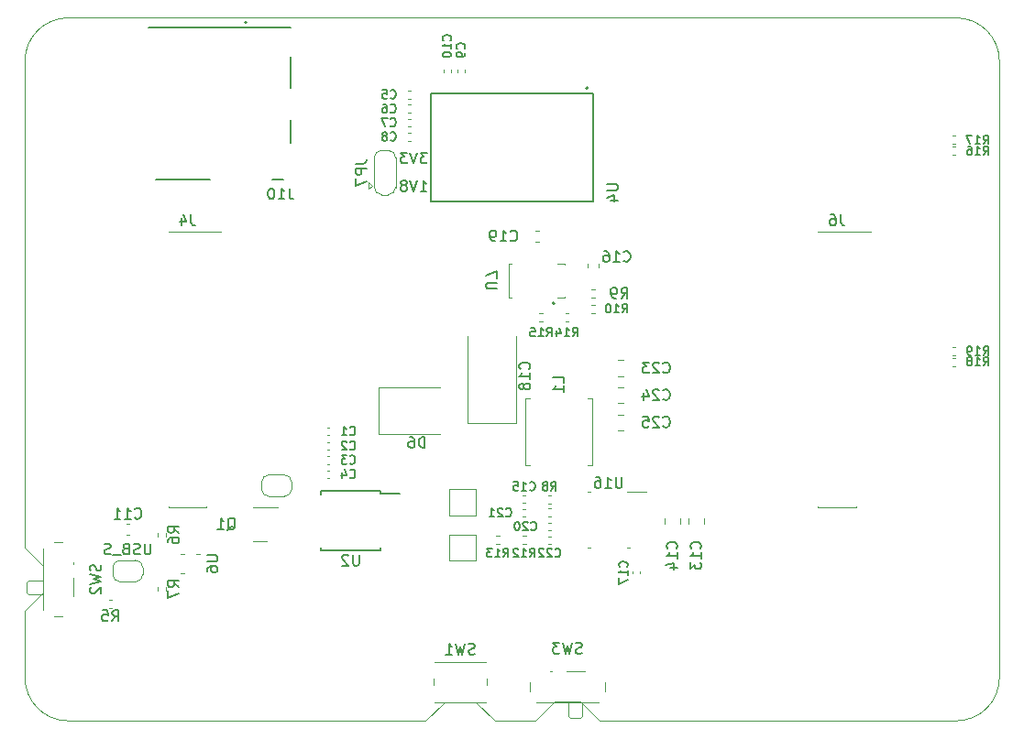
<source format=gbo>
G04 #@! TF.GenerationSoftware,KiCad,Pcbnew,(5.99.0-10720-gd84fcd89f1)*
G04 #@! TF.CreationDate,2021-06-08T11:49:26-04:00*
G04 #@! TF.ProjectId,FlySensei_Stack_RPi_ECAD,466c7953-656e-4736-9569-5f537461636b,0.1*
G04 #@! TF.SameCoordinates,Original*
G04 #@! TF.FileFunction,Legend,Bot*
G04 #@! TF.FilePolarity,Positive*
%FSLAX46Y46*%
G04 Gerber Fmt 4.6, Leading zero omitted, Abs format (unit mm)*
G04 Created by KiCad (PCBNEW (5.99.0-10720-gd84fcd89f1)) date 2021-06-08 11:49:26*
%MOMM*%
%LPD*%
G01*
G04 APERTURE LIST*
G04 #@! TA.AperFunction,Profile*
%ADD10C,0.100000*%
G04 #@! TD*
%ADD11C,0.150000*%
%ADD12C,0.120000*%
%ADD13C,0.127000*%
%ADD14C,0.200000*%
%ADD15C,0.210000*%
G04 APERTURE END LIST*
D10*
X128750000Y-128250000D02*
X131650000Y-128250000D01*
X138900000Y-128200000D02*
X137100000Y-130000000D01*
X131650000Y-128250000D02*
X133400000Y-130000000D01*
X91700000Y-118100000D02*
X90000000Y-119800000D01*
X91700000Y-115700000D02*
X90000000Y-114000000D01*
X90000000Y-119800000D02*
X90000000Y-126000000D01*
X127000000Y-130000000D02*
X94000000Y-130000000D01*
X180000000Y-69000000D02*
X180000000Y-126000000D01*
X180000000Y-69000000D02*
G75*
G03*
X176000000Y-65000000I-4000000J0D01*
G01*
X94000000Y-65000000D02*
X176000000Y-65000000D01*
X128750000Y-128250000D02*
X127000000Y-130000000D01*
X138900000Y-128200000D02*
X141300000Y-128200000D01*
X90000000Y-126000000D02*
G75*
G03*
X94000000Y-130000000I4000000J0D01*
G01*
X94000000Y-65000000D02*
G75*
G03*
X90000000Y-69000000I0J-4000000D01*
G01*
X176000000Y-130000000D02*
G75*
G03*
X180000000Y-126000000I0J4000000D01*
G01*
X91700000Y-115700000D02*
X91700000Y-118100000D01*
X141300000Y-128200000D02*
X143100000Y-130000000D01*
X90000000Y-114000000D02*
X90000000Y-69000000D01*
X133400000Y-130000000D02*
X137100000Y-130000000D01*
X143100000Y-130000000D02*
X176000000Y-130000000D01*
D11*
X101619047Y-113602380D02*
X101619047Y-114411904D01*
X101571428Y-114507142D01*
X101523809Y-114554761D01*
X101428571Y-114602380D01*
X101238095Y-114602380D01*
X101142857Y-114554761D01*
X101095238Y-114507142D01*
X101047619Y-114411904D01*
X101047619Y-113602380D01*
X100619047Y-114554761D02*
X100476190Y-114602380D01*
X100238095Y-114602380D01*
X100142857Y-114554761D01*
X100095238Y-114507142D01*
X100047619Y-114411904D01*
X100047619Y-114316666D01*
X100095238Y-114221428D01*
X100142857Y-114173809D01*
X100238095Y-114126190D01*
X100428571Y-114078571D01*
X100523809Y-114030952D01*
X100571428Y-113983333D01*
X100619047Y-113888095D01*
X100619047Y-113792857D01*
X100571428Y-113697619D01*
X100523809Y-113650000D01*
X100428571Y-113602380D01*
X100190476Y-113602380D01*
X100047619Y-113650000D01*
X99285714Y-114078571D02*
X99142857Y-114126190D01*
X99095238Y-114173809D01*
X99047619Y-114269047D01*
X99047619Y-114411904D01*
X99095238Y-114507142D01*
X99142857Y-114554761D01*
X99238095Y-114602380D01*
X99619047Y-114602380D01*
X99619047Y-113602380D01*
X99285714Y-113602380D01*
X99190476Y-113650000D01*
X99142857Y-113697619D01*
X99095238Y-113792857D01*
X99095238Y-113888095D01*
X99142857Y-113983333D01*
X99190476Y-114030952D01*
X99285714Y-114078571D01*
X99619047Y-114078571D01*
X98857142Y-114697619D02*
X98095238Y-114697619D01*
X97904761Y-114554761D02*
X97761904Y-114602380D01*
X97523809Y-114602380D01*
X97428571Y-114554761D01*
X97380952Y-114507142D01*
X97333333Y-114411904D01*
X97333333Y-114316666D01*
X97380952Y-114221428D01*
X97428571Y-114173809D01*
X97523809Y-114126190D01*
X97714285Y-114078571D01*
X97809523Y-114030952D01*
X97857142Y-113983333D01*
X97904761Y-113888095D01*
X97904761Y-113792857D01*
X97857142Y-113697619D01*
X97809523Y-113650000D01*
X97714285Y-113602380D01*
X97476190Y-113602380D01*
X97333333Y-113650000D01*
X126519047Y-81052380D02*
X127090476Y-81052380D01*
X126804761Y-81052380D02*
X126804761Y-80052380D01*
X126900000Y-80195238D01*
X126995238Y-80290476D01*
X127090476Y-80338095D01*
X126233333Y-80052380D02*
X125900000Y-81052380D01*
X125566666Y-80052380D01*
X125090476Y-80480952D02*
X125185714Y-80433333D01*
X125233333Y-80385714D01*
X125280952Y-80290476D01*
X125280952Y-80242857D01*
X125233333Y-80147619D01*
X125185714Y-80100000D01*
X125090476Y-80052380D01*
X124900000Y-80052380D01*
X124804761Y-80100000D01*
X124757142Y-80147619D01*
X124709523Y-80242857D01*
X124709523Y-80290476D01*
X124757142Y-80385714D01*
X124804761Y-80433333D01*
X124900000Y-80480952D01*
X125090476Y-80480952D01*
X125185714Y-80528571D01*
X125233333Y-80576190D01*
X125280952Y-80671428D01*
X125280952Y-80861904D01*
X125233333Y-80957142D01*
X125185714Y-81004761D01*
X125090476Y-81052380D01*
X124900000Y-81052380D01*
X124804761Y-81004761D01*
X124757142Y-80957142D01*
X124709523Y-80861904D01*
X124709523Y-80671428D01*
X124757142Y-80576190D01*
X124804761Y-80528571D01*
X124900000Y-80480952D01*
X127138095Y-77452380D02*
X126519047Y-77452380D01*
X126852380Y-77833333D01*
X126709523Y-77833333D01*
X126614285Y-77880952D01*
X126566666Y-77928571D01*
X126519047Y-78023809D01*
X126519047Y-78261904D01*
X126566666Y-78357142D01*
X126614285Y-78404761D01*
X126709523Y-78452380D01*
X126995238Y-78452380D01*
X127090476Y-78404761D01*
X127138095Y-78357142D01*
X126233333Y-77452380D02*
X125900000Y-78452380D01*
X125566666Y-77452380D01*
X125328571Y-77452380D02*
X124709523Y-77452380D01*
X125042857Y-77833333D01*
X124900000Y-77833333D01*
X124804761Y-77880952D01*
X124757142Y-77928571D01*
X124709523Y-78023809D01*
X124709523Y-78261904D01*
X124757142Y-78357142D01*
X124804761Y-78404761D01*
X124900000Y-78452380D01*
X125185714Y-78452380D01*
X125280952Y-78404761D01*
X125328571Y-78357142D01*
G04 #@! TO.C,C21*
X134414285Y-111035714D02*
X134452380Y-111073809D01*
X134566666Y-111111904D01*
X134642857Y-111111904D01*
X134757142Y-111073809D01*
X134833333Y-110997619D01*
X134871428Y-110921428D01*
X134909523Y-110769047D01*
X134909523Y-110654761D01*
X134871428Y-110502380D01*
X134833333Y-110426190D01*
X134757142Y-110350000D01*
X134642857Y-110311904D01*
X134566666Y-110311904D01*
X134452380Y-110350000D01*
X134414285Y-110388095D01*
X134109523Y-110388095D02*
X134071428Y-110350000D01*
X133995238Y-110311904D01*
X133804761Y-110311904D01*
X133728571Y-110350000D01*
X133690476Y-110388095D01*
X133652380Y-110464285D01*
X133652380Y-110540476D01*
X133690476Y-110654761D01*
X134147619Y-111111904D01*
X133652380Y-111111904D01*
X132890476Y-111111904D02*
X133347619Y-111111904D01*
X133119047Y-111111904D02*
X133119047Y-110311904D01*
X133195238Y-110426190D01*
X133271428Y-110502380D01*
X133347619Y-110540476D01*
G04 #@! TO.C,C18*
X136557142Y-97457142D02*
X136604761Y-97409523D01*
X136652380Y-97266666D01*
X136652380Y-97171428D01*
X136604761Y-97028571D01*
X136509523Y-96933333D01*
X136414285Y-96885714D01*
X136223809Y-96838095D01*
X136080952Y-96838095D01*
X135890476Y-96885714D01*
X135795238Y-96933333D01*
X135700000Y-97028571D01*
X135652380Y-97171428D01*
X135652380Y-97266666D01*
X135700000Y-97409523D01*
X135747619Y-97457142D01*
X136652380Y-98409523D02*
X136652380Y-97838095D01*
X136652380Y-98123809D02*
X135652380Y-98123809D01*
X135795238Y-98028571D01*
X135890476Y-97933333D01*
X135938095Y-97838095D01*
X136080952Y-98980952D02*
X136033333Y-98885714D01*
X135985714Y-98838095D01*
X135890476Y-98790476D01*
X135842857Y-98790476D01*
X135747619Y-98838095D01*
X135700000Y-98885714D01*
X135652380Y-98980952D01*
X135652380Y-99171428D01*
X135700000Y-99266666D01*
X135747619Y-99314285D01*
X135842857Y-99361904D01*
X135890476Y-99361904D01*
X135985714Y-99314285D01*
X136033333Y-99266666D01*
X136080952Y-99171428D01*
X136080952Y-98980952D01*
X136128571Y-98885714D01*
X136176190Y-98838095D01*
X136271428Y-98790476D01*
X136461904Y-98790476D01*
X136557142Y-98838095D01*
X136604761Y-98885714D01*
X136652380Y-98980952D01*
X136652380Y-99171428D01*
X136604761Y-99266666D01*
X136557142Y-99314285D01*
X136461904Y-99361904D01*
X136271428Y-99361904D01*
X136176190Y-99314285D01*
X136128571Y-99266666D01*
X136080952Y-99171428D01*
G04 #@! TO.C,U6*
X106802379Y-114688094D02*
X107611903Y-114688094D01*
X107707141Y-114735713D01*
X107754760Y-114783332D01*
X107802379Y-114878570D01*
X107802379Y-115069046D01*
X107754760Y-115164284D01*
X107707141Y-115211903D01*
X107611903Y-115259522D01*
X106802379Y-115259522D01*
X106802379Y-116164284D02*
X106802379Y-115973808D01*
X106849999Y-115878570D01*
X106897618Y-115830951D01*
X107040475Y-115735713D01*
X107230951Y-115688094D01*
X107611903Y-115688094D01*
X107707141Y-115735713D01*
X107754760Y-115783332D01*
X107802379Y-115878570D01*
X107802379Y-116069046D01*
X107754760Y-116164284D01*
X107707141Y-116211903D01*
X107611903Y-116259522D01*
X107373808Y-116259522D01*
X107278570Y-116211903D01*
X107230951Y-116164284D01*
X107183332Y-116069046D01*
X107183332Y-115878570D01*
X107230951Y-115783332D01*
X107278570Y-115735713D01*
X107373808Y-115688094D01*
G04 #@! TO.C,C20*
X136734285Y-112315714D02*
X136772380Y-112353809D01*
X136886666Y-112391904D01*
X136962857Y-112391904D01*
X137077142Y-112353809D01*
X137153333Y-112277619D01*
X137191428Y-112201428D01*
X137229523Y-112049047D01*
X137229523Y-111934761D01*
X137191428Y-111782380D01*
X137153333Y-111706190D01*
X137077142Y-111630000D01*
X136962857Y-111591904D01*
X136886666Y-111591904D01*
X136772380Y-111630000D01*
X136734285Y-111668095D01*
X136429523Y-111668095D02*
X136391428Y-111630000D01*
X136315238Y-111591904D01*
X136124761Y-111591904D01*
X136048571Y-111630000D01*
X136010476Y-111668095D01*
X135972380Y-111744285D01*
X135972380Y-111820476D01*
X136010476Y-111934761D01*
X136467619Y-112391904D01*
X135972380Y-112391904D01*
X135477142Y-111591904D02*
X135400952Y-111591904D01*
X135324761Y-111630000D01*
X135286666Y-111668095D01*
X135248571Y-111744285D01*
X135210476Y-111896666D01*
X135210476Y-112087142D01*
X135248571Y-112239523D01*
X135286666Y-112315714D01*
X135324761Y-112353809D01*
X135400952Y-112391904D01*
X135477142Y-112391904D01*
X135553333Y-112353809D01*
X135591428Y-112315714D01*
X135629523Y-112239523D01*
X135667619Y-112087142D01*
X135667619Y-111896666D01*
X135629523Y-111744285D01*
X135591428Y-111668095D01*
X135553333Y-111630000D01*
X135477142Y-111591904D01*
G04 #@! TO.C,C5*
X123754285Y-72385714D02*
X123792380Y-72423809D01*
X123906666Y-72461904D01*
X123982856Y-72461904D01*
X124097142Y-72423809D01*
X124173332Y-72347619D01*
X124211428Y-72271428D01*
X124249523Y-72119047D01*
X124249523Y-72004761D01*
X124211428Y-71852380D01*
X124173332Y-71776190D01*
X124097142Y-71700000D01*
X123982856Y-71661904D01*
X123906666Y-71661904D01*
X123792380Y-71700000D01*
X123754285Y-71738095D01*
X123030475Y-71661904D02*
X123411428Y-71661904D01*
X123449523Y-72042857D01*
X123411428Y-72004761D01*
X123335237Y-71966666D01*
X123144761Y-71966666D01*
X123068571Y-72004761D01*
X123030475Y-72042857D01*
X122992380Y-72119047D01*
X122992380Y-72309523D01*
X123030475Y-72385714D01*
X123068571Y-72423809D01*
X123144761Y-72461904D01*
X123335237Y-72461904D01*
X123411428Y-72423809D01*
X123449523Y-72385714D01*
G04 #@! TO.C,C4*
X120003333Y-107475714D02*
X120041428Y-107513809D01*
X120155714Y-107551904D01*
X120231904Y-107551904D01*
X120346190Y-107513809D01*
X120422380Y-107437619D01*
X120460476Y-107361428D01*
X120498571Y-107209047D01*
X120498571Y-107094761D01*
X120460476Y-106942380D01*
X120422380Y-106866190D01*
X120346190Y-106790000D01*
X120231904Y-106751904D01*
X120155714Y-106751904D01*
X120041428Y-106790000D01*
X120003333Y-106828095D01*
X119317619Y-107018571D02*
X119317619Y-107551904D01*
X119508095Y-106713809D02*
X119698571Y-107285238D01*
X119203333Y-107285238D01*
G04 #@! TO.C,R6*
X104222380Y-112633333D02*
X103746190Y-112300000D01*
X104222380Y-112061904D02*
X103222380Y-112061904D01*
X103222380Y-112442857D01*
X103270000Y-112538095D01*
X103317619Y-112585714D01*
X103412857Y-112633333D01*
X103555714Y-112633333D01*
X103650952Y-112585714D01*
X103698571Y-112538095D01*
X103746190Y-112442857D01*
X103746190Y-112061904D01*
X103222380Y-113490476D02*
X103222380Y-113300000D01*
X103270000Y-113204761D01*
X103317619Y-113157142D01*
X103460476Y-113061904D01*
X103650952Y-113014285D01*
X104031904Y-113014285D01*
X104127142Y-113061904D01*
X104174761Y-113109523D01*
X104222380Y-113204761D01*
X104222380Y-113395238D01*
X104174761Y-113490476D01*
X104127142Y-113538095D01*
X104031904Y-113585714D01*
X103793809Y-113585714D01*
X103698571Y-113538095D01*
X103650952Y-113490476D01*
X103603333Y-113395238D01*
X103603333Y-113204761D01*
X103650952Y-113109523D01*
X103698571Y-113061904D01*
X103793809Y-113014285D01*
G04 #@! TO.C,R8*
X138583333Y-108691904D02*
X138850000Y-108310952D01*
X139040476Y-108691904D02*
X139040476Y-107891904D01*
X138735714Y-107891904D01*
X138659523Y-107930000D01*
X138621428Y-107968095D01*
X138583333Y-108044285D01*
X138583333Y-108158571D01*
X138621428Y-108234761D01*
X138659523Y-108272857D01*
X138735714Y-108310952D01*
X139040476Y-108310952D01*
X138126190Y-108234761D02*
X138202380Y-108196666D01*
X138240476Y-108158571D01*
X138278571Y-108082380D01*
X138278571Y-108044285D01*
X138240476Y-107968095D01*
X138202380Y-107930000D01*
X138126190Y-107891904D01*
X137973809Y-107891904D01*
X137897619Y-107930000D01*
X137859523Y-107968095D01*
X137821428Y-108044285D01*
X137821428Y-108082380D01*
X137859523Y-108158571D01*
X137897619Y-108196666D01*
X137973809Y-108234761D01*
X138126190Y-108234761D01*
X138202380Y-108272857D01*
X138240476Y-108310952D01*
X138278571Y-108387142D01*
X138278571Y-108539523D01*
X138240476Y-108615714D01*
X138202380Y-108653809D01*
X138126190Y-108691904D01*
X137973809Y-108691904D01*
X137897619Y-108653809D01*
X137859523Y-108615714D01*
X137821428Y-108539523D01*
X137821428Y-108387142D01*
X137859523Y-108310952D01*
X137897619Y-108272857D01*
X137973809Y-108234761D01*
G04 #@! TO.C,C6*
X123754285Y-73685714D02*
X123792380Y-73723809D01*
X123906666Y-73761904D01*
X123982856Y-73761904D01*
X124097142Y-73723809D01*
X124173332Y-73647619D01*
X124211428Y-73571428D01*
X124249523Y-73419047D01*
X124249523Y-73304761D01*
X124211428Y-73152380D01*
X124173332Y-73076190D01*
X124097142Y-73000000D01*
X123982856Y-72961904D01*
X123906666Y-72961904D01*
X123792380Y-73000000D01*
X123754285Y-73038095D01*
X123068571Y-72961904D02*
X123220952Y-72961904D01*
X123297142Y-73000000D01*
X123335237Y-73038095D01*
X123411428Y-73152380D01*
X123449523Y-73304761D01*
X123449523Y-73609523D01*
X123411428Y-73685714D01*
X123373332Y-73723809D01*
X123297142Y-73761904D01*
X123144761Y-73761904D01*
X123068571Y-73723809D01*
X123030475Y-73685714D01*
X122992380Y-73609523D01*
X122992380Y-73419047D01*
X123030475Y-73342857D01*
X123068571Y-73304761D01*
X123144761Y-73266666D01*
X123297142Y-73266666D01*
X123373332Y-73304761D01*
X123411428Y-73342857D01*
X123449523Y-73419047D01*
G04 #@! TO.C,SW3*
X141433333Y-123729761D02*
X141290476Y-123777380D01*
X141052380Y-123777380D01*
X140957142Y-123729761D01*
X140909523Y-123682142D01*
X140861904Y-123586904D01*
X140861904Y-123491666D01*
X140909523Y-123396428D01*
X140957142Y-123348809D01*
X141052380Y-123301190D01*
X141242857Y-123253571D01*
X141338095Y-123205952D01*
X141385714Y-123158333D01*
X141433333Y-123063095D01*
X141433333Y-122967857D01*
X141385714Y-122872619D01*
X141338095Y-122825000D01*
X141242857Y-122777380D01*
X141004761Y-122777380D01*
X140861904Y-122825000D01*
X140528571Y-122777380D02*
X140290476Y-123777380D01*
X140100000Y-123063095D01*
X139909523Y-123777380D01*
X139671428Y-122777380D01*
X139385714Y-122777380D02*
X138766666Y-122777380D01*
X139100000Y-123158333D01*
X138957142Y-123158333D01*
X138861904Y-123205952D01*
X138814285Y-123253571D01*
X138766666Y-123348809D01*
X138766666Y-123586904D01*
X138814285Y-123682142D01*
X138861904Y-123729761D01*
X138957142Y-123777380D01*
X139242857Y-123777380D01*
X139338095Y-123729761D01*
X139385714Y-123682142D01*
G04 #@! TO.C,D6*
X126938095Y-104752380D02*
X126938095Y-103752380D01*
X126700000Y-103752380D01*
X126557142Y-103800000D01*
X126461904Y-103895238D01*
X126414285Y-103990476D01*
X126366666Y-104180952D01*
X126366666Y-104323809D01*
X126414285Y-104514285D01*
X126461904Y-104609523D01*
X126557142Y-104704761D01*
X126700000Y-104752380D01*
X126938095Y-104752380D01*
X125509523Y-103752380D02*
X125700000Y-103752380D01*
X125795238Y-103800000D01*
X125842857Y-103847619D01*
X125938095Y-103990476D01*
X125985714Y-104180952D01*
X125985714Y-104561904D01*
X125938095Y-104657142D01*
X125890476Y-104704761D01*
X125795238Y-104752380D01*
X125604761Y-104752380D01*
X125509523Y-104704761D01*
X125461904Y-104657142D01*
X125414285Y-104561904D01*
X125414285Y-104323809D01*
X125461904Y-104228571D01*
X125509523Y-104180952D01*
X125604761Y-104133333D01*
X125795238Y-104133333D01*
X125890476Y-104180952D01*
X125938095Y-104228571D01*
X125985714Y-104323809D01*
G04 #@! TO.C,U2*
X120861904Y-114652380D02*
X120861904Y-115461904D01*
X120814285Y-115557142D01*
X120766666Y-115604761D01*
X120671428Y-115652380D01*
X120480952Y-115652380D01*
X120385714Y-115604761D01*
X120338095Y-115557142D01*
X120290476Y-115461904D01*
X120290476Y-114652380D01*
X119861904Y-114747619D02*
X119814285Y-114700000D01*
X119719047Y-114652380D01*
X119480952Y-114652380D01*
X119385714Y-114700000D01*
X119338095Y-114747619D01*
X119290476Y-114842857D01*
X119290476Y-114938095D01*
X119338095Y-115080952D01*
X119909523Y-115652380D01*
X119290476Y-115652380D01*
G04 #@! TO.C,C16*
X145292857Y-87457142D02*
X145340476Y-87504761D01*
X145483333Y-87552380D01*
X145578571Y-87552380D01*
X145721428Y-87504761D01*
X145816666Y-87409523D01*
X145864285Y-87314285D01*
X145911904Y-87123809D01*
X145911904Y-86980952D01*
X145864285Y-86790476D01*
X145816666Y-86695238D01*
X145721428Y-86600000D01*
X145578571Y-86552380D01*
X145483333Y-86552380D01*
X145340476Y-86600000D01*
X145292857Y-86647619D01*
X144340476Y-87552380D02*
X144911904Y-87552380D01*
X144626190Y-87552380D02*
X144626190Y-86552380D01*
X144721428Y-86695238D01*
X144816666Y-86790476D01*
X144911904Y-86838095D01*
X143483333Y-86552380D02*
X143673809Y-86552380D01*
X143769047Y-86600000D01*
X143816666Y-86647619D01*
X143911904Y-86790476D01*
X143959523Y-86980952D01*
X143959523Y-87361904D01*
X143911904Y-87457142D01*
X143864285Y-87504761D01*
X143769047Y-87552380D01*
X143578571Y-87552380D01*
X143483333Y-87504761D01*
X143435714Y-87457142D01*
X143388095Y-87361904D01*
X143388095Y-87123809D01*
X143435714Y-87028571D01*
X143483333Y-86980952D01*
X143578571Y-86933333D01*
X143769047Y-86933333D01*
X143864285Y-86980952D01*
X143911904Y-87028571D01*
X143959523Y-87123809D01*
G04 #@! TO.C,U16*
X145138095Y-107452380D02*
X145138095Y-108261904D01*
X145090476Y-108357142D01*
X145042857Y-108404761D01*
X144947619Y-108452380D01*
X144757142Y-108452380D01*
X144661904Y-108404761D01*
X144614285Y-108357142D01*
X144566666Y-108261904D01*
X144566666Y-107452380D01*
X143566666Y-108452380D02*
X144138095Y-108452380D01*
X143852380Y-108452380D02*
X143852380Y-107452380D01*
X143947619Y-107595238D01*
X144042857Y-107690476D01*
X144138095Y-107738095D01*
X142709523Y-107452380D02*
X142900000Y-107452380D01*
X142995238Y-107500000D01*
X143042857Y-107547619D01*
X143138095Y-107690476D01*
X143185714Y-107880952D01*
X143185714Y-108261904D01*
X143138095Y-108357142D01*
X143090476Y-108404761D01*
X142995238Y-108452380D01*
X142804761Y-108452380D01*
X142709523Y-108404761D01*
X142661904Y-108357142D01*
X142614285Y-108261904D01*
X142614285Y-108023809D01*
X142661904Y-107928571D01*
X142709523Y-107880952D01*
X142804761Y-107833333D01*
X142995238Y-107833333D01*
X143090476Y-107880952D01*
X143138095Y-107928571D01*
X143185714Y-108023809D01*
G04 #@! TO.C,C13*
X152357142Y-114057142D02*
X152404761Y-114009523D01*
X152452380Y-113866666D01*
X152452380Y-113771428D01*
X152404761Y-113628571D01*
X152309523Y-113533333D01*
X152214285Y-113485714D01*
X152023809Y-113438095D01*
X151880952Y-113438095D01*
X151690476Y-113485714D01*
X151595238Y-113533333D01*
X151500000Y-113628571D01*
X151452380Y-113771428D01*
X151452380Y-113866666D01*
X151500000Y-114009523D01*
X151547619Y-114057142D01*
X152452380Y-115009523D02*
X152452380Y-114438095D01*
X152452380Y-114723809D02*
X151452380Y-114723809D01*
X151595238Y-114628571D01*
X151690476Y-114533333D01*
X151738095Y-114438095D01*
X151452380Y-115342857D02*
X151452380Y-115961904D01*
X151833333Y-115628571D01*
X151833333Y-115771428D01*
X151880952Y-115866666D01*
X151928571Y-115914285D01*
X152023809Y-115961904D01*
X152261904Y-115961904D01*
X152357142Y-115914285D01*
X152404761Y-115866666D01*
X152452380Y-115771428D01*
X152452380Y-115485714D01*
X152404761Y-115390476D01*
X152357142Y-115342857D01*
G04 #@! TO.C,J4*
X105333333Y-83192380D02*
X105333333Y-83906666D01*
X105380952Y-84049523D01*
X105476190Y-84144761D01*
X105619047Y-84192380D01*
X105714285Y-84192380D01*
X104428571Y-83525714D02*
X104428571Y-84192380D01*
X104666666Y-83144761D02*
X104904761Y-83859047D01*
X104285714Y-83859047D01*
G04 #@! TO.C,R16*
X178514285Y-77661904D02*
X178780952Y-77280952D01*
X178971428Y-77661904D02*
X178971428Y-76861904D01*
X178666666Y-76861904D01*
X178590476Y-76900000D01*
X178552380Y-76938095D01*
X178514285Y-77014285D01*
X178514285Y-77128571D01*
X178552380Y-77204761D01*
X178590476Y-77242857D01*
X178666666Y-77280952D01*
X178971428Y-77280952D01*
X177752380Y-77661904D02*
X178209523Y-77661904D01*
X177980952Y-77661904D02*
X177980952Y-76861904D01*
X178057142Y-76976190D01*
X178133333Y-77052380D01*
X178209523Y-77090476D01*
X177066666Y-76861904D02*
X177219047Y-76861904D01*
X177295238Y-76900000D01*
X177333333Y-76938095D01*
X177409523Y-77052380D01*
X177447619Y-77204761D01*
X177447619Y-77509523D01*
X177409523Y-77585714D01*
X177371428Y-77623809D01*
X177295238Y-77661904D01*
X177142857Y-77661904D01*
X177066666Y-77623809D01*
X177028571Y-77585714D01*
X176990476Y-77509523D01*
X176990476Y-77319047D01*
X177028571Y-77242857D01*
X177066666Y-77204761D01*
X177142857Y-77166666D01*
X177295238Y-77166666D01*
X177371428Y-77204761D01*
X177409523Y-77242857D01*
X177447619Y-77319047D01*
G04 #@! TO.C,J6*
X165333333Y-83192380D02*
X165333333Y-83906666D01*
X165380952Y-84049523D01*
X165476190Y-84144761D01*
X165619047Y-84192380D01*
X165714285Y-84192380D01*
X164428571Y-83192380D02*
X164619047Y-83192380D01*
X164714285Y-83240000D01*
X164761904Y-83287619D01*
X164857142Y-83430476D01*
X164904761Y-83620952D01*
X164904761Y-84001904D01*
X164857142Y-84097142D01*
X164809523Y-84144761D01*
X164714285Y-84192380D01*
X164523809Y-84192380D01*
X164428571Y-84144761D01*
X164380952Y-84097142D01*
X164333333Y-84001904D01*
X164333333Y-83763809D01*
X164380952Y-83668571D01*
X164428571Y-83620952D01*
X164523809Y-83573333D01*
X164714285Y-83573333D01*
X164809523Y-83620952D01*
X164857142Y-83668571D01*
X164904761Y-83763809D01*
G04 #@! TO.C,C8*
X123754285Y-76285714D02*
X123792380Y-76323809D01*
X123906666Y-76361904D01*
X123982856Y-76361904D01*
X124097142Y-76323809D01*
X124173332Y-76247619D01*
X124211428Y-76171428D01*
X124249523Y-76019047D01*
X124249523Y-75904761D01*
X124211428Y-75752380D01*
X124173332Y-75676190D01*
X124097142Y-75600000D01*
X123982856Y-75561904D01*
X123906666Y-75561904D01*
X123792380Y-75600000D01*
X123754285Y-75638095D01*
X123297142Y-75904761D02*
X123373332Y-75866666D01*
X123411428Y-75828571D01*
X123449523Y-75752380D01*
X123449523Y-75714285D01*
X123411428Y-75638095D01*
X123373332Y-75600000D01*
X123297142Y-75561904D01*
X123144761Y-75561904D01*
X123068571Y-75600000D01*
X123030475Y-75638095D01*
X122992380Y-75714285D01*
X122992380Y-75752380D01*
X123030475Y-75828571D01*
X123068571Y-75866666D01*
X123144761Y-75904761D01*
X123297142Y-75904761D01*
X123373332Y-75942857D01*
X123411428Y-75980952D01*
X123449523Y-76057142D01*
X123449523Y-76209523D01*
X123411428Y-76285714D01*
X123373332Y-76323809D01*
X123297142Y-76361904D01*
X123144761Y-76361904D01*
X123068571Y-76323809D01*
X123030475Y-76285714D01*
X122992380Y-76209523D01*
X122992380Y-76057142D01*
X123030475Y-75980952D01*
X123068571Y-75942857D01*
X123144761Y-75904761D01*
G04 #@! TO.C,U4*
X143752380Y-80388095D02*
X144561904Y-80388095D01*
X144657142Y-80435714D01*
X144704761Y-80483333D01*
X144752380Y-80578571D01*
X144752380Y-80769047D01*
X144704761Y-80864285D01*
X144657142Y-80911904D01*
X144561904Y-80959523D01*
X143752380Y-80959523D01*
X144085714Y-81864285D02*
X144752380Y-81864285D01*
X143704761Y-81626190D02*
X144419047Y-81388095D01*
X144419047Y-82007142D01*
G04 #@! TO.C,J10*
X114409523Y-80752380D02*
X114409523Y-81466666D01*
X114457142Y-81609523D01*
X114552380Y-81704761D01*
X114695238Y-81752380D01*
X114790476Y-81752380D01*
X113409523Y-81752380D02*
X113980952Y-81752380D01*
X113695238Y-81752380D02*
X113695238Y-80752380D01*
X113790476Y-80895238D01*
X113885714Y-80990476D01*
X113980952Y-81038095D01*
X112790476Y-80752380D02*
X112695238Y-80752380D01*
X112600000Y-80800000D01*
X112552380Y-80847619D01*
X112504761Y-80942857D01*
X112457142Y-81133333D01*
X112457142Y-81371428D01*
X112504761Y-81561904D01*
X112552380Y-81657142D01*
X112600000Y-81704761D01*
X112695238Y-81752380D01*
X112790476Y-81752380D01*
X112885714Y-81704761D01*
X112933333Y-81657142D01*
X112980952Y-81561904D01*
X113028571Y-81371428D01*
X113028571Y-81133333D01*
X112980952Y-80942857D01*
X112933333Y-80847619D01*
X112885714Y-80800000D01*
X112790476Y-80752380D01*
G04 #@! TO.C,C23*
X148942857Y-97757142D02*
X148990476Y-97804761D01*
X149133333Y-97852380D01*
X149228571Y-97852380D01*
X149371428Y-97804761D01*
X149466666Y-97709523D01*
X149514285Y-97614285D01*
X149561904Y-97423809D01*
X149561904Y-97280952D01*
X149514285Y-97090476D01*
X149466666Y-96995238D01*
X149371428Y-96900000D01*
X149228571Y-96852380D01*
X149133333Y-96852380D01*
X148990476Y-96900000D01*
X148942857Y-96947619D01*
X148561904Y-96947619D02*
X148514285Y-96900000D01*
X148419047Y-96852380D01*
X148180952Y-96852380D01*
X148085714Y-96900000D01*
X148038095Y-96947619D01*
X147990476Y-97042857D01*
X147990476Y-97138095D01*
X148038095Y-97280952D01*
X148609523Y-97852380D01*
X147990476Y-97852380D01*
X147657142Y-96852380D02*
X147038095Y-96852380D01*
X147371428Y-97233333D01*
X147228571Y-97233333D01*
X147133333Y-97280952D01*
X147085714Y-97328571D01*
X147038095Y-97423809D01*
X147038095Y-97661904D01*
X147085714Y-97757142D01*
X147133333Y-97804761D01*
X147228571Y-97852380D01*
X147514285Y-97852380D01*
X147609523Y-97804761D01*
X147657142Y-97757142D01*
G04 #@! TO.C,R13*
X134164285Y-114861904D02*
X134430952Y-114480952D01*
X134621428Y-114861904D02*
X134621428Y-114061904D01*
X134316666Y-114061904D01*
X134240476Y-114100000D01*
X134202380Y-114138095D01*
X134164285Y-114214285D01*
X134164285Y-114328571D01*
X134202380Y-114404761D01*
X134240476Y-114442857D01*
X134316666Y-114480952D01*
X134621428Y-114480952D01*
X133402380Y-114861904D02*
X133859523Y-114861904D01*
X133630952Y-114861904D02*
X133630952Y-114061904D01*
X133707142Y-114176190D01*
X133783333Y-114252380D01*
X133859523Y-114290476D01*
X133135714Y-114061904D02*
X132640476Y-114061904D01*
X132907142Y-114366666D01*
X132792857Y-114366666D01*
X132716666Y-114404761D01*
X132678571Y-114442857D01*
X132640476Y-114519047D01*
X132640476Y-114709523D01*
X132678571Y-114785714D01*
X132716666Y-114823809D01*
X132792857Y-114861904D01*
X133021428Y-114861904D01*
X133097619Y-114823809D01*
X133135714Y-114785714D01*
G04 #@! TO.C,C25*
X148942857Y-102757142D02*
X148990476Y-102804761D01*
X149133333Y-102852380D01*
X149228571Y-102852380D01*
X149371428Y-102804761D01*
X149466666Y-102709523D01*
X149514285Y-102614285D01*
X149561904Y-102423809D01*
X149561904Y-102280952D01*
X149514285Y-102090476D01*
X149466666Y-101995238D01*
X149371428Y-101900000D01*
X149228571Y-101852380D01*
X149133333Y-101852380D01*
X148990476Y-101900000D01*
X148942857Y-101947619D01*
X148561904Y-101947619D02*
X148514285Y-101900000D01*
X148419047Y-101852380D01*
X148180952Y-101852380D01*
X148085714Y-101900000D01*
X148038095Y-101947619D01*
X147990476Y-102042857D01*
X147990476Y-102138095D01*
X148038095Y-102280952D01*
X148609523Y-102852380D01*
X147990476Y-102852380D01*
X147085714Y-101852380D02*
X147561904Y-101852380D01*
X147609523Y-102328571D01*
X147561904Y-102280952D01*
X147466666Y-102233333D01*
X147228571Y-102233333D01*
X147133333Y-102280952D01*
X147085714Y-102328571D01*
X147038095Y-102423809D01*
X147038095Y-102661904D01*
X147085714Y-102757142D01*
X147133333Y-102804761D01*
X147228571Y-102852380D01*
X147466666Y-102852380D01*
X147561904Y-102804761D01*
X147609523Y-102757142D01*
G04 #@! TO.C,U7*
X133597619Y-90061904D02*
X132788095Y-90061904D01*
X132692857Y-90014285D01*
X132645238Y-89966666D01*
X132597619Y-89871428D01*
X132597619Y-89680952D01*
X132645238Y-89585714D01*
X132692857Y-89538095D01*
X132788095Y-89490476D01*
X133597619Y-89490476D01*
X133597619Y-89109523D02*
X133597619Y-88442857D01*
X132597619Y-88871428D01*
G04 #@! TO.C,R15*
X138174285Y-94461904D02*
X138440952Y-94080952D01*
X138631428Y-94461904D02*
X138631428Y-93661904D01*
X138326666Y-93661904D01*
X138250476Y-93700000D01*
X138212380Y-93738095D01*
X138174285Y-93814285D01*
X138174285Y-93928571D01*
X138212380Y-94004761D01*
X138250476Y-94042857D01*
X138326666Y-94080952D01*
X138631428Y-94080952D01*
X137412380Y-94461904D02*
X137869523Y-94461904D01*
X137640952Y-94461904D02*
X137640952Y-93661904D01*
X137717142Y-93776190D01*
X137793333Y-93852380D01*
X137869523Y-93890476D01*
X136688571Y-93661904D02*
X137069523Y-93661904D01*
X137107619Y-94042857D01*
X137069523Y-94004761D01*
X136993333Y-93966666D01*
X136802857Y-93966666D01*
X136726666Y-94004761D01*
X136688571Y-94042857D01*
X136650476Y-94119047D01*
X136650476Y-94309523D01*
X136688571Y-94385714D01*
X136726666Y-94423809D01*
X136802857Y-94461904D01*
X136993333Y-94461904D01*
X137069523Y-94423809D01*
X137107619Y-94385714D01*
G04 #@! TO.C,R10*
X145164285Y-92261904D02*
X145430952Y-91880952D01*
X145621428Y-92261904D02*
X145621428Y-91461904D01*
X145316666Y-91461904D01*
X145240476Y-91500000D01*
X145202380Y-91538095D01*
X145164285Y-91614285D01*
X145164285Y-91728571D01*
X145202380Y-91804761D01*
X145240476Y-91842857D01*
X145316666Y-91880952D01*
X145621428Y-91880952D01*
X144402380Y-92261904D02*
X144859523Y-92261904D01*
X144630952Y-92261904D02*
X144630952Y-91461904D01*
X144707142Y-91576190D01*
X144783333Y-91652380D01*
X144859523Y-91690476D01*
X143907142Y-91461904D02*
X143830952Y-91461904D01*
X143754761Y-91500000D01*
X143716666Y-91538095D01*
X143678571Y-91614285D01*
X143640476Y-91766666D01*
X143640476Y-91957142D01*
X143678571Y-92109523D01*
X143716666Y-92185714D01*
X143754761Y-92223809D01*
X143830952Y-92261904D01*
X143907142Y-92261904D01*
X143983333Y-92223809D01*
X144021428Y-92185714D01*
X144059523Y-92109523D01*
X144097619Y-91957142D01*
X144097619Y-91766666D01*
X144059523Y-91614285D01*
X144021428Y-91538095D01*
X143983333Y-91500000D01*
X143907142Y-91461904D01*
G04 #@! TO.C,C22*
X138964285Y-114785714D02*
X139002380Y-114823809D01*
X139116666Y-114861904D01*
X139192857Y-114861904D01*
X139307142Y-114823809D01*
X139383333Y-114747619D01*
X139421428Y-114671428D01*
X139459523Y-114519047D01*
X139459523Y-114404761D01*
X139421428Y-114252380D01*
X139383333Y-114176190D01*
X139307142Y-114100000D01*
X139192857Y-114061904D01*
X139116666Y-114061904D01*
X139002380Y-114100000D01*
X138964285Y-114138095D01*
X138659523Y-114138095D02*
X138621428Y-114100000D01*
X138545238Y-114061904D01*
X138354761Y-114061904D01*
X138278571Y-114100000D01*
X138240476Y-114138095D01*
X138202380Y-114214285D01*
X138202380Y-114290476D01*
X138240476Y-114404761D01*
X138697619Y-114861904D01*
X138202380Y-114861904D01*
X137897619Y-114138095D02*
X137859523Y-114100000D01*
X137783333Y-114061904D01*
X137592857Y-114061904D01*
X137516666Y-114100000D01*
X137478571Y-114138095D01*
X137440476Y-114214285D01*
X137440476Y-114290476D01*
X137478571Y-114404761D01*
X137935714Y-114861904D01*
X137440476Y-114861904D01*
G04 #@! TO.C,R12*
X136614285Y-114861904D02*
X136880952Y-114480952D01*
X137071428Y-114861904D02*
X137071428Y-114061904D01*
X136766666Y-114061904D01*
X136690476Y-114100000D01*
X136652380Y-114138095D01*
X136614285Y-114214285D01*
X136614285Y-114328571D01*
X136652380Y-114404761D01*
X136690476Y-114442857D01*
X136766666Y-114480952D01*
X137071428Y-114480952D01*
X135852380Y-114861904D02*
X136309523Y-114861904D01*
X136080952Y-114861904D02*
X136080952Y-114061904D01*
X136157142Y-114176190D01*
X136233333Y-114252380D01*
X136309523Y-114290476D01*
X135547619Y-114138095D02*
X135509523Y-114100000D01*
X135433333Y-114061904D01*
X135242857Y-114061904D01*
X135166666Y-114100000D01*
X135128571Y-114138095D01*
X135090476Y-114214285D01*
X135090476Y-114290476D01*
X135128571Y-114404761D01*
X135585714Y-114861904D01*
X135090476Y-114861904D01*
G04 #@! TO.C,C15*
X136614285Y-108625714D02*
X136652380Y-108663809D01*
X136766666Y-108701904D01*
X136842857Y-108701904D01*
X136957142Y-108663809D01*
X137033333Y-108587619D01*
X137071428Y-108511428D01*
X137109523Y-108359047D01*
X137109523Y-108244761D01*
X137071428Y-108092380D01*
X137033333Y-108016190D01*
X136957142Y-107940000D01*
X136842857Y-107901904D01*
X136766666Y-107901904D01*
X136652380Y-107940000D01*
X136614285Y-107978095D01*
X135852380Y-108701904D02*
X136309523Y-108701904D01*
X136080952Y-108701904D02*
X136080952Y-107901904D01*
X136157142Y-108016190D01*
X136233333Y-108092380D01*
X136309523Y-108130476D01*
X135128571Y-107901904D02*
X135509523Y-107901904D01*
X135547619Y-108282857D01*
X135509523Y-108244761D01*
X135433333Y-108206666D01*
X135242857Y-108206666D01*
X135166666Y-108244761D01*
X135128571Y-108282857D01*
X135090476Y-108359047D01*
X135090476Y-108549523D01*
X135128571Y-108625714D01*
X135166666Y-108663809D01*
X135242857Y-108701904D01*
X135433333Y-108701904D01*
X135509523Y-108663809D01*
X135547619Y-108625714D01*
G04 #@! TO.C,C19*
X134842857Y-85557142D02*
X134890476Y-85604761D01*
X135033333Y-85652380D01*
X135128571Y-85652380D01*
X135271428Y-85604761D01*
X135366666Y-85509523D01*
X135414285Y-85414285D01*
X135461904Y-85223809D01*
X135461904Y-85080952D01*
X135414285Y-84890476D01*
X135366666Y-84795238D01*
X135271428Y-84700000D01*
X135128571Y-84652380D01*
X135033333Y-84652380D01*
X134890476Y-84700000D01*
X134842857Y-84747619D01*
X133890476Y-85652380D02*
X134461904Y-85652380D01*
X134176190Y-85652380D02*
X134176190Y-84652380D01*
X134271428Y-84795238D01*
X134366666Y-84890476D01*
X134461904Y-84938095D01*
X133414285Y-85652380D02*
X133223809Y-85652380D01*
X133128571Y-85604761D01*
X133080952Y-85557142D01*
X132985714Y-85414285D01*
X132938095Y-85223809D01*
X132938095Y-84842857D01*
X132985714Y-84747619D01*
X133033333Y-84700000D01*
X133128571Y-84652380D01*
X133319047Y-84652380D01*
X133414285Y-84700000D01*
X133461904Y-84747619D01*
X133509523Y-84842857D01*
X133509523Y-85080952D01*
X133461904Y-85176190D01*
X133414285Y-85223809D01*
X133319047Y-85271428D01*
X133128571Y-85271428D01*
X133033333Y-85223809D01*
X132985714Y-85176190D01*
X132938095Y-85080952D01*
G04 #@! TO.C,C7*
X123754285Y-74985714D02*
X123792380Y-75023809D01*
X123906666Y-75061904D01*
X123982856Y-75061904D01*
X124097142Y-75023809D01*
X124173332Y-74947619D01*
X124211428Y-74871428D01*
X124249523Y-74719047D01*
X124249523Y-74604761D01*
X124211428Y-74452380D01*
X124173332Y-74376190D01*
X124097142Y-74300000D01*
X123982856Y-74261904D01*
X123906666Y-74261904D01*
X123792380Y-74300000D01*
X123754285Y-74338095D01*
X123487618Y-74261904D02*
X122954285Y-74261904D01*
X123297142Y-75061904D01*
G04 #@! TO.C,SW1*
X131533333Y-123804761D02*
X131390476Y-123852380D01*
X131152380Y-123852380D01*
X131057142Y-123804761D01*
X131009523Y-123757142D01*
X130961904Y-123661904D01*
X130961904Y-123566666D01*
X131009523Y-123471428D01*
X131057142Y-123423809D01*
X131152380Y-123376190D01*
X131342857Y-123328571D01*
X131438095Y-123280952D01*
X131485714Y-123233333D01*
X131533333Y-123138095D01*
X131533333Y-123042857D01*
X131485714Y-122947619D01*
X131438095Y-122900000D01*
X131342857Y-122852380D01*
X131104761Y-122852380D01*
X130961904Y-122900000D01*
X130628571Y-122852380D02*
X130390476Y-123852380D01*
X130200000Y-123138095D01*
X130009523Y-123852380D01*
X129771428Y-122852380D01*
X128866666Y-123852380D02*
X129438095Y-123852380D01*
X129152380Y-123852380D02*
X129152380Y-122852380D01*
X129247619Y-122995238D01*
X129342857Y-123090476D01*
X129438095Y-123138095D01*
G04 #@! TO.C,C1*
X120003333Y-103525714D02*
X120041428Y-103563809D01*
X120155714Y-103601904D01*
X120231904Y-103601904D01*
X120346190Y-103563809D01*
X120422380Y-103487619D01*
X120460476Y-103411428D01*
X120498571Y-103259047D01*
X120498571Y-103144761D01*
X120460476Y-102992380D01*
X120422380Y-102916190D01*
X120346190Y-102840000D01*
X120231904Y-102801904D01*
X120155714Y-102801904D01*
X120041428Y-102840000D01*
X120003333Y-102878095D01*
X119241428Y-103601904D02*
X119698571Y-103601904D01*
X119470000Y-103601904D02*
X119470000Y-102801904D01*
X119546190Y-102916190D01*
X119622380Y-102992380D01*
X119698571Y-103030476D01*
G04 #@! TO.C,R17*
X178514285Y-76661904D02*
X178780952Y-76280952D01*
X178971428Y-76661904D02*
X178971428Y-75861904D01*
X178666666Y-75861904D01*
X178590476Y-75900000D01*
X178552380Y-75938095D01*
X178514285Y-76014285D01*
X178514285Y-76128571D01*
X178552380Y-76204761D01*
X178590476Y-76242857D01*
X178666666Y-76280952D01*
X178971428Y-76280952D01*
X177752380Y-76661904D02*
X178209523Y-76661904D01*
X177980952Y-76661904D02*
X177980952Y-75861904D01*
X178057142Y-75976190D01*
X178133333Y-76052380D01*
X178209523Y-76090476D01*
X177485714Y-75861904D02*
X176952380Y-75861904D01*
X177295238Y-76661904D01*
G04 #@! TO.C,R14*
X140574285Y-94461904D02*
X140840952Y-94080952D01*
X141031428Y-94461904D02*
X141031428Y-93661904D01*
X140726666Y-93661904D01*
X140650476Y-93700000D01*
X140612380Y-93738095D01*
X140574285Y-93814285D01*
X140574285Y-93928571D01*
X140612380Y-94004761D01*
X140650476Y-94042857D01*
X140726666Y-94080952D01*
X141031428Y-94080952D01*
X139812380Y-94461904D02*
X140269523Y-94461904D01*
X140040952Y-94461904D02*
X140040952Y-93661904D01*
X140117142Y-93776190D01*
X140193333Y-93852380D01*
X140269523Y-93890476D01*
X139126666Y-93928571D02*
X139126666Y-94461904D01*
X139317142Y-93623809D02*
X139507619Y-94195238D01*
X139012380Y-94195238D01*
G04 #@! TO.C,JP7*
X120552380Y-78466666D02*
X121266666Y-78466666D01*
X121409523Y-78419047D01*
X121504761Y-78323809D01*
X121552380Y-78180952D01*
X121552380Y-78085714D01*
X121552380Y-78942857D02*
X120552380Y-78942857D01*
X120552380Y-79323809D01*
X120600000Y-79419047D01*
X120647619Y-79466666D01*
X120742857Y-79514285D01*
X120885714Y-79514285D01*
X120980952Y-79466666D01*
X121028571Y-79419047D01*
X121076190Y-79323809D01*
X121076190Y-78942857D01*
X120552380Y-79847619D02*
X120552380Y-80514285D01*
X121552380Y-80085714D01*
G04 #@! TO.C,C3*
X120003333Y-106175714D02*
X120041428Y-106213809D01*
X120155714Y-106251904D01*
X120231904Y-106251904D01*
X120346190Y-106213809D01*
X120422380Y-106137619D01*
X120460476Y-106061428D01*
X120498571Y-105909047D01*
X120498571Y-105794761D01*
X120460476Y-105642380D01*
X120422380Y-105566190D01*
X120346190Y-105490000D01*
X120231904Y-105451904D01*
X120155714Y-105451904D01*
X120041428Y-105490000D01*
X120003333Y-105528095D01*
X119736666Y-105451904D02*
X119241428Y-105451904D01*
X119508095Y-105756666D01*
X119393809Y-105756666D01*
X119317619Y-105794761D01*
X119279523Y-105832857D01*
X119241428Y-105909047D01*
X119241428Y-106099523D01*
X119279523Y-106175714D01*
X119317619Y-106213809D01*
X119393809Y-106251904D01*
X119622380Y-106251904D01*
X119698571Y-106213809D01*
X119736666Y-106175714D01*
G04 #@! TO.C,C10*
X129285714Y-67085714D02*
X129323809Y-67047619D01*
X129361904Y-66933333D01*
X129361904Y-66857142D01*
X129323809Y-66742857D01*
X129247619Y-66666666D01*
X129171428Y-66628571D01*
X129019047Y-66590476D01*
X128904761Y-66590476D01*
X128752380Y-66628571D01*
X128676190Y-66666666D01*
X128600000Y-66742857D01*
X128561904Y-66857142D01*
X128561904Y-66933333D01*
X128600000Y-67047619D01*
X128638095Y-67085714D01*
X129361904Y-67847619D02*
X129361904Y-67390476D01*
X129361904Y-67619047D02*
X128561904Y-67619047D01*
X128676190Y-67542857D01*
X128752380Y-67466666D01*
X128790476Y-67390476D01*
X128561904Y-68342857D02*
X128561904Y-68419047D01*
X128600000Y-68495238D01*
X128638095Y-68533333D01*
X128714285Y-68571428D01*
X128866666Y-68609523D01*
X129057142Y-68609523D01*
X129209523Y-68571428D01*
X129285714Y-68533333D01*
X129323809Y-68495238D01*
X129361904Y-68419047D01*
X129361904Y-68342857D01*
X129323809Y-68266666D01*
X129285714Y-68228571D01*
X129209523Y-68190476D01*
X129057142Y-68152380D01*
X128866666Y-68152380D01*
X128714285Y-68190476D01*
X128638095Y-68228571D01*
X128600000Y-68266666D01*
X128561904Y-68342857D01*
G04 #@! TO.C,R5*
X98066666Y-120772380D02*
X98400000Y-120296190D01*
X98638095Y-120772380D02*
X98638095Y-119772380D01*
X98257142Y-119772380D01*
X98161904Y-119820000D01*
X98114285Y-119867619D01*
X98066666Y-119962857D01*
X98066666Y-120105714D01*
X98114285Y-120200952D01*
X98161904Y-120248571D01*
X98257142Y-120296190D01*
X98638095Y-120296190D01*
X97161904Y-119772380D02*
X97638095Y-119772380D01*
X97685714Y-120248571D01*
X97638095Y-120200952D01*
X97542857Y-120153333D01*
X97304761Y-120153333D01*
X97209523Y-120200952D01*
X97161904Y-120248571D01*
X97114285Y-120343809D01*
X97114285Y-120581904D01*
X97161904Y-120677142D01*
X97209523Y-120724761D01*
X97304761Y-120772380D01*
X97542857Y-120772380D01*
X97638095Y-120724761D01*
X97685714Y-120677142D01*
G04 #@! TO.C,R9*
X145066666Y-90952380D02*
X145400000Y-90476190D01*
X145638095Y-90952380D02*
X145638095Y-89952380D01*
X145257142Y-89952380D01*
X145161904Y-90000000D01*
X145114285Y-90047619D01*
X145066666Y-90142857D01*
X145066666Y-90285714D01*
X145114285Y-90380952D01*
X145161904Y-90428571D01*
X145257142Y-90476190D01*
X145638095Y-90476190D01*
X144590476Y-90952380D02*
X144400000Y-90952380D01*
X144304761Y-90904761D01*
X144257142Y-90857142D01*
X144161904Y-90714285D01*
X144114285Y-90523809D01*
X144114285Y-90142857D01*
X144161904Y-90047619D01*
X144209523Y-90000000D01*
X144304761Y-89952380D01*
X144495238Y-89952380D01*
X144590476Y-90000000D01*
X144638095Y-90047619D01*
X144685714Y-90142857D01*
X144685714Y-90380952D01*
X144638095Y-90476190D01*
X144590476Y-90523809D01*
X144495238Y-90571428D01*
X144304761Y-90571428D01*
X144209523Y-90523809D01*
X144161904Y-90476190D01*
X144114285Y-90380952D01*
G04 #@! TO.C,R19*
X178514285Y-96161904D02*
X178780952Y-95780952D01*
X178971428Y-96161904D02*
X178971428Y-95361904D01*
X178666666Y-95361904D01*
X178590476Y-95400000D01*
X178552380Y-95438095D01*
X178514285Y-95514285D01*
X178514285Y-95628571D01*
X178552380Y-95704761D01*
X178590476Y-95742857D01*
X178666666Y-95780952D01*
X178971428Y-95780952D01*
X177752380Y-96161904D02*
X178209523Y-96161904D01*
X177980952Y-96161904D02*
X177980952Y-95361904D01*
X178057142Y-95476190D01*
X178133333Y-95552380D01*
X178209523Y-95590476D01*
X177371428Y-96161904D02*
X177219047Y-96161904D01*
X177142857Y-96123809D01*
X177104761Y-96085714D01*
X177028571Y-95971428D01*
X176990476Y-95819047D01*
X176990476Y-95514285D01*
X177028571Y-95438095D01*
X177066666Y-95400000D01*
X177142857Y-95361904D01*
X177295238Y-95361904D01*
X177371428Y-95400000D01*
X177409523Y-95438095D01*
X177447619Y-95514285D01*
X177447619Y-95704761D01*
X177409523Y-95780952D01*
X177371428Y-95819047D01*
X177295238Y-95857142D01*
X177142857Y-95857142D01*
X177066666Y-95819047D01*
X177028571Y-95780952D01*
X176990476Y-95704761D01*
G04 #@! TO.C,R7*
X104222380Y-117633333D02*
X103746190Y-117300000D01*
X104222380Y-117061904D02*
X103222380Y-117061904D01*
X103222380Y-117442857D01*
X103270000Y-117538095D01*
X103317619Y-117585714D01*
X103412857Y-117633333D01*
X103555714Y-117633333D01*
X103650952Y-117585714D01*
X103698571Y-117538095D01*
X103746190Y-117442857D01*
X103746190Y-117061904D01*
X103222380Y-117966666D02*
X103222380Y-118633333D01*
X104222380Y-118204761D01*
G04 #@! TO.C,Q1*
X108695238Y-112347619D02*
X108790476Y-112300000D01*
X108885714Y-112204761D01*
X109028571Y-112061904D01*
X109123809Y-112014285D01*
X109219047Y-112014285D01*
X109171428Y-112252380D02*
X109266666Y-112204761D01*
X109361904Y-112109523D01*
X109409523Y-111919047D01*
X109409523Y-111585714D01*
X109361904Y-111395238D01*
X109266666Y-111300000D01*
X109171428Y-111252380D01*
X108980952Y-111252380D01*
X108885714Y-111300000D01*
X108790476Y-111395238D01*
X108742857Y-111585714D01*
X108742857Y-111919047D01*
X108790476Y-112109523D01*
X108885714Y-112204761D01*
X108980952Y-112252380D01*
X109171428Y-112252380D01*
X107790476Y-112252380D02*
X108361904Y-112252380D01*
X108076190Y-112252380D02*
X108076190Y-111252380D01*
X108171428Y-111395238D01*
X108266666Y-111490476D01*
X108361904Y-111538095D01*
G04 #@! TO.C,C17*
X145575714Y-115765714D02*
X145613809Y-115727619D01*
X145651904Y-115613333D01*
X145651904Y-115537142D01*
X145613809Y-115422857D01*
X145537619Y-115346666D01*
X145461428Y-115308571D01*
X145309047Y-115270476D01*
X145194761Y-115270476D01*
X145042380Y-115308571D01*
X144966190Y-115346666D01*
X144890000Y-115422857D01*
X144851904Y-115537142D01*
X144851904Y-115613333D01*
X144890000Y-115727619D01*
X144928095Y-115765714D01*
X145651904Y-116527619D02*
X145651904Y-116070476D01*
X145651904Y-116299047D02*
X144851904Y-116299047D01*
X144966190Y-116222857D01*
X145042380Y-116146666D01*
X145080476Y-116070476D01*
X144851904Y-116794285D02*
X144851904Y-117327619D01*
X145651904Y-116984761D01*
G04 #@! TO.C,C9*
X130585714Y-67866666D02*
X130623809Y-67828571D01*
X130661904Y-67714285D01*
X130661904Y-67638095D01*
X130623809Y-67523809D01*
X130547619Y-67447619D01*
X130471428Y-67409523D01*
X130319047Y-67371428D01*
X130204761Y-67371428D01*
X130052380Y-67409523D01*
X129976190Y-67447619D01*
X129900000Y-67523809D01*
X129861904Y-67638095D01*
X129861904Y-67714285D01*
X129900000Y-67828571D01*
X129938095Y-67866666D01*
X130661904Y-68247619D02*
X130661904Y-68400000D01*
X130623809Y-68476190D01*
X130585714Y-68514285D01*
X130471428Y-68590476D01*
X130319047Y-68628571D01*
X130014285Y-68628571D01*
X129938095Y-68590476D01*
X129900000Y-68552380D01*
X129861904Y-68476190D01*
X129861904Y-68323809D01*
X129900000Y-68247619D01*
X129938095Y-68209523D01*
X130014285Y-68171428D01*
X130204761Y-68171428D01*
X130280952Y-68209523D01*
X130319047Y-68247619D01*
X130357142Y-68323809D01*
X130357142Y-68476190D01*
X130319047Y-68552380D01*
X130280952Y-68590476D01*
X130204761Y-68628571D01*
G04 #@! TO.C,L1*
X139752380Y-98733333D02*
X139752380Y-98257142D01*
X138752380Y-98257142D01*
X139752380Y-99590476D02*
X139752380Y-99019047D01*
X139752380Y-99304761D02*
X138752380Y-99304761D01*
X138895238Y-99209523D01*
X138990476Y-99114285D01*
X139038095Y-99019047D01*
G04 #@! TO.C,C11*
X100142857Y-111227142D02*
X100190476Y-111274761D01*
X100333333Y-111322380D01*
X100428571Y-111322380D01*
X100571428Y-111274761D01*
X100666666Y-111179523D01*
X100714285Y-111084285D01*
X100761904Y-110893809D01*
X100761904Y-110750952D01*
X100714285Y-110560476D01*
X100666666Y-110465238D01*
X100571428Y-110370000D01*
X100428571Y-110322380D01*
X100333333Y-110322380D01*
X100190476Y-110370000D01*
X100142857Y-110417619D01*
X99190476Y-111322380D02*
X99761904Y-111322380D01*
X99476190Y-111322380D02*
X99476190Y-110322380D01*
X99571428Y-110465238D01*
X99666666Y-110560476D01*
X99761904Y-110608095D01*
X98238095Y-111322380D02*
X98809523Y-111322380D01*
X98523809Y-111322380D02*
X98523809Y-110322380D01*
X98619047Y-110465238D01*
X98714285Y-110560476D01*
X98809523Y-110608095D01*
G04 #@! TO.C,C24*
X148942857Y-100257142D02*
X148990476Y-100304761D01*
X149133333Y-100352380D01*
X149228571Y-100352380D01*
X149371428Y-100304761D01*
X149466666Y-100209523D01*
X149514285Y-100114285D01*
X149561904Y-99923809D01*
X149561904Y-99780952D01*
X149514285Y-99590476D01*
X149466666Y-99495238D01*
X149371428Y-99400000D01*
X149228571Y-99352380D01*
X149133333Y-99352380D01*
X148990476Y-99400000D01*
X148942857Y-99447619D01*
X148561904Y-99447619D02*
X148514285Y-99400000D01*
X148419047Y-99352380D01*
X148180952Y-99352380D01*
X148085714Y-99400000D01*
X148038095Y-99447619D01*
X147990476Y-99542857D01*
X147990476Y-99638095D01*
X148038095Y-99780952D01*
X148609523Y-100352380D01*
X147990476Y-100352380D01*
X147133333Y-99685714D02*
X147133333Y-100352380D01*
X147371428Y-99304761D02*
X147609523Y-100019047D01*
X146990476Y-100019047D01*
G04 #@! TO.C,R18*
X178514285Y-97161904D02*
X178780952Y-96780952D01*
X178971428Y-97161904D02*
X178971428Y-96361904D01*
X178666666Y-96361904D01*
X178590476Y-96400000D01*
X178552380Y-96438095D01*
X178514285Y-96514285D01*
X178514285Y-96628571D01*
X178552380Y-96704761D01*
X178590476Y-96742857D01*
X178666666Y-96780952D01*
X178971428Y-96780952D01*
X177752380Y-97161904D02*
X178209523Y-97161904D01*
X177980952Y-97161904D02*
X177980952Y-96361904D01*
X178057142Y-96476190D01*
X178133333Y-96552380D01*
X178209523Y-96590476D01*
X177295238Y-96704761D02*
X177371428Y-96666666D01*
X177409523Y-96628571D01*
X177447619Y-96552380D01*
X177447619Y-96514285D01*
X177409523Y-96438095D01*
X177371428Y-96400000D01*
X177295238Y-96361904D01*
X177142857Y-96361904D01*
X177066666Y-96400000D01*
X177028571Y-96438095D01*
X176990476Y-96514285D01*
X176990476Y-96552380D01*
X177028571Y-96628571D01*
X177066666Y-96666666D01*
X177142857Y-96704761D01*
X177295238Y-96704761D01*
X177371428Y-96742857D01*
X177409523Y-96780952D01*
X177447619Y-96857142D01*
X177447619Y-97009523D01*
X177409523Y-97085714D01*
X177371428Y-97123809D01*
X177295238Y-97161904D01*
X177142857Y-97161904D01*
X177066666Y-97123809D01*
X177028571Y-97085714D01*
X176990476Y-97009523D01*
X176990476Y-96857142D01*
X177028571Y-96780952D01*
X177066666Y-96742857D01*
X177142857Y-96704761D01*
G04 #@! TO.C,C14*
X150157142Y-114057142D02*
X150204761Y-114009523D01*
X150252380Y-113866666D01*
X150252380Y-113771428D01*
X150204761Y-113628571D01*
X150109523Y-113533333D01*
X150014285Y-113485714D01*
X149823809Y-113438095D01*
X149680952Y-113438095D01*
X149490476Y-113485714D01*
X149395238Y-113533333D01*
X149300000Y-113628571D01*
X149252380Y-113771428D01*
X149252380Y-113866666D01*
X149300000Y-114009523D01*
X149347619Y-114057142D01*
X150252380Y-115009523D02*
X150252380Y-114438095D01*
X150252380Y-114723809D02*
X149252380Y-114723809D01*
X149395238Y-114628571D01*
X149490476Y-114533333D01*
X149538095Y-114438095D01*
X149585714Y-115866666D02*
X150252380Y-115866666D01*
X149204761Y-115628571D02*
X149919047Y-115390476D01*
X149919047Y-116009523D01*
G04 #@! TO.C,SW2*
X96979761Y-115566666D02*
X97027380Y-115709523D01*
X97027380Y-115947619D01*
X96979761Y-116042857D01*
X96932142Y-116090476D01*
X96836904Y-116138095D01*
X96741666Y-116138095D01*
X96646428Y-116090476D01*
X96598809Y-116042857D01*
X96551190Y-115947619D01*
X96503571Y-115757142D01*
X96455952Y-115661904D01*
X96408333Y-115614285D01*
X96313095Y-115566666D01*
X96217857Y-115566666D01*
X96122619Y-115614285D01*
X96075000Y-115661904D01*
X96027380Y-115757142D01*
X96027380Y-115995238D01*
X96075000Y-116138095D01*
X96027380Y-116471428D02*
X97027380Y-116709523D01*
X96313095Y-116900000D01*
X97027380Y-117090476D01*
X96027380Y-117328571D01*
X96122619Y-117661904D02*
X96075000Y-117709523D01*
X96027380Y-117804761D01*
X96027380Y-118042857D01*
X96075000Y-118138095D01*
X96122619Y-118185714D01*
X96217857Y-118233333D01*
X96313095Y-118233333D01*
X96455952Y-118185714D01*
X97027380Y-117614285D01*
X97027380Y-118233333D01*
G04 #@! TO.C,C2*
X120003333Y-104875714D02*
X120041428Y-104913809D01*
X120155714Y-104951904D01*
X120231904Y-104951904D01*
X120346190Y-104913809D01*
X120422380Y-104837619D01*
X120460476Y-104761428D01*
X120498571Y-104609047D01*
X120498571Y-104494761D01*
X120460476Y-104342380D01*
X120422380Y-104266190D01*
X120346190Y-104190000D01*
X120231904Y-104151904D01*
X120155714Y-104151904D01*
X120041428Y-104190000D01*
X120003333Y-104228095D01*
X119698571Y-104228095D02*
X119660476Y-104190000D01*
X119584285Y-104151904D01*
X119393809Y-104151904D01*
X119317619Y-104190000D01*
X119279523Y-104228095D01*
X119241428Y-104304285D01*
X119241428Y-104380476D01*
X119279523Y-104494761D01*
X119736666Y-104951904D01*
X119241428Y-104951904D01*
D12*
G04 #@! TO.C,C21*
X136207836Y-111110000D02*
X135992164Y-111110000D01*
X136207836Y-110390000D02*
X135992164Y-110390000D01*
G04 #@! TO.C,C18*
X135360000Y-94450000D02*
X135360000Y-102510000D01*
X130840000Y-102510000D02*
X130840000Y-94450000D01*
X135360000Y-102510000D02*
X130840000Y-102510000D01*
G04 #@! TO.C,U6*
X106159999Y-114539999D02*
X105809999Y-114539999D01*
X104339999Y-116359999D02*
X104689999Y-116359999D01*
X104339999Y-114539999D02*
X104689999Y-114539999D01*
G04 #@! TO.C,C20*
X138557836Y-111670000D02*
X138342164Y-111670000D01*
X138557836Y-112390000D02*
X138342164Y-112390000D01*
G04 #@! TO.C,C5*
X125628788Y-71740000D02*
X125413116Y-71740000D01*
X125628788Y-72460000D02*
X125413116Y-72460000D01*
G04 #@! TO.C,C4*
X117892164Y-107560000D02*
X118107836Y-107560000D01*
X117892164Y-106840000D02*
X118107836Y-106840000D01*
G04 #@! TO.C,JP6*
X98100000Y-115850000D02*
X98100000Y-116450000D01*
X100900000Y-116450000D02*
X100900000Y-115850000D01*
X98800000Y-117150000D02*
X100200000Y-117150000D01*
X100200000Y-115150000D02*
X98800000Y-115150000D01*
X100200000Y-117150000D02*
G75*
G03*
X100900000Y-116450000I0J700000D01*
G01*
X100900000Y-115850000D02*
G75*
G03*
X100200000Y-115150000I-700000J0D01*
G01*
X98100000Y-116450000D02*
G75*
G03*
X98800000Y-117150000I700000J0D01*
G01*
X98800000Y-115150000D02*
G75*
G03*
X98100000Y-115850000I0J-700000D01*
G01*
G04 #@! TO.C,R6*
X102980000Y-112953641D02*
X102980000Y-112646359D01*
X102220000Y-112953641D02*
X102220000Y-112646359D01*
G04 #@! TO.C,R8*
X138603641Y-109120000D02*
X138296359Y-109120000D01*
X138603641Y-109880000D02*
X138296359Y-109880000D01*
G04 #@! TO.C,C6*
X125628788Y-73040000D02*
X125413116Y-73040000D01*
X125628788Y-73760000D02*
X125413116Y-73760000D01*
G04 #@! TO.C,SW3*
X140200000Y-129545000D02*
X140400000Y-129755000D01*
X141500000Y-129545000D02*
X141300000Y-129755000D01*
X141300000Y-129755000D02*
X140400000Y-129755000D01*
X138700000Y-125405000D02*
X138500000Y-125405000D01*
X140200000Y-129545000D02*
X140200000Y-128255000D01*
X143550000Y-126455000D02*
X143550000Y-127245000D01*
X141700000Y-125405000D02*
X140000000Y-125405000D01*
X142950000Y-128255000D02*
X137250000Y-128255000D01*
X141500000Y-128255000D02*
X141500000Y-129545000D01*
X136650000Y-127245000D02*
X136650000Y-126455000D01*
G04 #@! TO.C,TP4*
X131600000Y-111000000D02*
X131600000Y-108600000D01*
X131600000Y-108600000D02*
X129200000Y-108600000D01*
X129200000Y-111000000D02*
X131600000Y-111000000D01*
X129200000Y-108600000D02*
X129200000Y-111000000D01*
G04 #@! TO.C,D6*
X122650000Y-103450000D02*
X128350000Y-103450000D01*
X122650000Y-103450000D02*
X122650000Y-99150000D01*
X122650000Y-99150000D02*
X128350000Y-99150000D01*
D11*
G04 #@! TO.C,U2*
X122850000Y-114255000D02*
X117350000Y-114255000D01*
X122850000Y-108745000D02*
X117350000Y-108745000D01*
X117350000Y-114255000D02*
X117350000Y-113955000D01*
X122850000Y-108745000D02*
X122850000Y-108950000D01*
X122850000Y-114255000D02*
X122850000Y-113955000D01*
X117350000Y-108745000D02*
X117350000Y-109045000D01*
X122850000Y-108950000D02*
X124600000Y-108950000D01*
D12*
G04 #@! TO.C,C16*
X141940000Y-88040580D02*
X141940000Y-87759420D01*
X142960000Y-88040580D02*
X142960000Y-87759420D01*
G04 #@! TO.C,U16*
X142189416Y-113960000D02*
X141950000Y-113960000D01*
X145610584Y-113960000D02*
X145850000Y-113960000D01*
X145610584Y-108840000D02*
X147350000Y-108840000D01*
X142189416Y-108840000D02*
X141950000Y-108840000D01*
G04 #@! TO.C,C13*
X151265000Y-111238748D02*
X151265000Y-111761252D01*
X152735000Y-111238748D02*
X152735000Y-111761252D01*
G04 #@! TO.C,J4*
X103235000Y-110195000D02*
X103235000Y-110260000D01*
X106765000Y-84740000D02*
X103235000Y-84740000D01*
X106765000Y-110260000D02*
X103235000Y-110260000D01*
X106765000Y-84740000D02*
X106765000Y-84805000D01*
X103235000Y-84740000D02*
X103235000Y-84805000D01*
X108090000Y-84805000D02*
X106765000Y-84805000D01*
X106765000Y-110195000D02*
X106765000Y-110260000D01*
G04 #@! TO.C,R16*
X175953641Y-77680000D02*
X175646359Y-77680000D01*
X175953641Y-76920000D02*
X175646359Y-76920000D01*
G04 #@! TO.C,J6*
X163235000Y-84740000D02*
X163235000Y-84805000D01*
X166765000Y-110195000D02*
X166765000Y-110260000D01*
X166765000Y-84740000D02*
X166765000Y-84805000D01*
X166765000Y-84740000D02*
X163235000Y-84740000D01*
X166765000Y-110260000D02*
X163235000Y-110260000D01*
X168090000Y-84805000D02*
X166765000Y-84805000D01*
X163235000Y-110195000D02*
X163235000Y-110260000D01*
G04 #@! TO.C,C8*
X125628788Y-75640000D02*
X125413116Y-75640000D01*
X125628788Y-76360000D02*
X125413116Y-76360000D01*
D13*
G04 #@! TO.C,U4*
X142513500Y-82000000D02*
X142513500Y-72000000D01*
X127486500Y-82000000D02*
X142513500Y-82000000D01*
X142513500Y-72000000D02*
X127486500Y-72000000D01*
X127486500Y-72000000D02*
X127486500Y-82000000D01*
D14*
X142000000Y-71500000D02*
G75*
G03*
X142000000Y-71500000I-100000J0D01*
G01*
D13*
G04 #@! TO.C,J10*
X107126000Y-79925000D02*
X102124000Y-79925000D01*
X113876000Y-79925000D02*
X112874000Y-79925000D01*
X114550000Y-68575000D02*
X114550000Y-71475000D01*
X114550000Y-74475000D02*
X114550000Y-76575000D01*
X114550000Y-65875000D02*
X101450000Y-65875000D01*
D14*
X110480000Y-65425000D02*
G75*
G03*
X110480000Y-65425000I-100000J0D01*
G01*
D12*
G04 #@! TO.C,C23*
X144738748Y-96665000D02*
X145261252Y-96665000D01*
X144738748Y-98135000D02*
X145261252Y-98135000D01*
G04 #@! TO.C,R13*
X133803641Y-113680000D02*
X133496359Y-113680000D01*
X133803641Y-112920000D02*
X133496359Y-112920000D01*
G04 #@! TO.C,C25*
X144738748Y-103135000D02*
X145261252Y-103135000D01*
X144738748Y-101665000D02*
X145261252Y-101665000D01*
G04 #@! TO.C,U7*
X134650000Y-87700000D02*
X134650000Y-90900000D01*
X134950000Y-87700000D02*
X134650000Y-87700000D01*
X139850000Y-90900000D02*
X139150000Y-90900000D01*
X139850000Y-87800000D02*
X139850000Y-87700000D01*
X134650000Y-90900000D02*
X134950000Y-90900000D01*
X139850000Y-87700000D02*
X139150000Y-87700000D01*
X139850000Y-90900000D02*
X139850000Y-90800000D01*
D15*
X138905000Y-91400000D02*
G75*
G03*
X138905000Y-91400000I-105000J0D01*
G01*
D12*
G04 #@! TO.C,R15*
X137813641Y-92320000D02*
X137506359Y-92320000D01*
X137813641Y-93080000D02*
X137506359Y-93080000D01*
G04 #@! TO.C,R10*
X142296359Y-92280000D02*
X142603641Y-92280000D01*
X142296359Y-91520000D02*
X142603641Y-91520000D01*
G04 #@! TO.C,C22*
X138342164Y-112940000D02*
X138557836Y-112940000D01*
X138342164Y-113660000D02*
X138557836Y-113660000D01*
G04 #@! TO.C,R12*
X136253641Y-112920000D02*
X135946359Y-112920000D01*
X136253641Y-113680000D02*
X135946359Y-113680000D01*
G04 #@! TO.C,R11*
X138603641Y-111130000D02*
X138296359Y-111130000D01*
X138603641Y-110370000D02*
X138296359Y-110370000D01*
G04 #@! TO.C,C15*
X136207836Y-109860000D02*
X135992164Y-109860000D01*
X136207836Y-109140000D02*
X135992164Y-109140000D01*
G04 #@! TO.C,C19*
X137159420Y-84690000D02*
X137440580Y-84690000D01*
X137159420Y-85710000D02*
X137440580Y-85710000D01*
G04 #@! TO.C,C7*
X125628788Y-75060000D02*
X125413116Y-75060000D01*
X125628788Y-74340000D02*
X125413116Y-74340000D01*
G04 #@! TO.C,SW1*
X132550000Y-128250000D02*
X131625000Y-128250000D01*
X128775000Y-128250000D02*
X127850000Y-128250000D01*
X132550000Y-124550000D02*
X127850000Y-124550000D01*
X132650000Y-126125000D02*
X132650000Y-126675000D01*
X127750000Y-126125000D02*
X127750000Y-126675000D01*
G04 #@! TO.C,C1*
X117892164Y-102880000D02*
X118107836Y-102880000D01*
X117892164Y-103600000D02*
X118107836Y-103600000D01*
G04 #@! TO.C,R17*
X175953641Y-75920000D02*
X175646359Y-75920000D01*
X175953641Y-76680000D02*
X175646359Y-76680000D01*
G04 #@! TO.C,R14*
X140203641Y-92320000D02*
X139896359Y-92320000D01*
X140203641Y-93080000D02*
X139896359Y-93080000D01*
G04 #@! TO.C,JP7*
X122250000Y-77900000D02*
X122250000Y-80700000D01*
X124250000Y-80700000D02*
X124250000Y-77900000D01*
X123550000Y-77250000D02*
X122950000Y-77250000D01*
X122050000Y-80500000D02*
X121750000Y-80800000D01*
X122950000Y-81350000D02*
X123550000Y-81350000D01*
X121750000Y-80800000D02*
X121750000Y-80200000D01*
X122050000Y-80500000D02*
X121750000Y-80200000D01*
X124250000Y-77950000D02*
G75*
G03*
X123550000Y-77250000I-700000J0D01*
G01*
X122950000Y-77250000D02*
G75*
G03*
X122250000Y-77950000I0J-700000D01*
G01*
X123550000Y-81350000D02*
G75*
G03*
X124250000Y-80650000I0J700000D01*
G01*
X122250000Y-80650000D02*
G75*
G03*
X122950000Y-81350000I700000J0D01*
G01*
G04 #@! TO.C,C3*
X117892164Y-105530000D02*
X118107836Y-105530000D01*
X117892164Y-106250000D02*
X118107836Y-106250000D01*
G04 #@! TO.C,C10*
X128640000Y-70007836D02*
X128640000Y-69792164D01*
X129360000Y-70007836D02*
X129360000Y-69792164D01*
G04 #@! TO.C,R5*
X97746359Y-118770000D02*
X98053641Y-118770000D01*
X97746359Y-119530000D02*
X98053641Y-119530000D01*
G04 #@! TO.C,R9*
X142603641Y-90120000D02*
X142296359Y-90120000D01*
X142603641Y-90880000D02*
X142296359Y-90880000D01*
G04 #@! TO.C,R19*
X175953641Y-95420000D02*
X175646359Y-95420000D01*
X175953641Y-96180000D02*
X175646359Y-96180000D01*
G04 #@! TO.C,R7*
X102980000Y-117953641D02*
X102980000Y-117646359D01*
X102220000Y-117953641D02*
X102220000Y-117646359D01*
G04 #@! TO.C,Q1*
X111700000Y-110240000D02*
X113375000Y-110240000D01*
X111700000Y-113360000D02*
X111050000Y-113360000D01*
X111700000Y-113360000D02*
X112350000Y-113360000D01*
X111700000Y-110240000D02*
X111050000Y-110240000D01*
G04 #@! TO.C,C17*
X146090000Y-116172164D02*
X146090000Y-116387836D01*
X146810000Y-116172164D02*
X146810000Y-116387836D01*
G04 #@! TO.C,C9*
X129940000Y-70007836D02*
X129940000Y-69792164D01*
X130660000Y-70007836D02*
X130660000Y-69792164D01*
G04 #@! TO.C,L1*
X136200000Y-100200000D02*
X136650000Y-100200000D01*
X136200000Y-100200000D02*
X136200000Y-106400000D01*
X142400000Y-100200000D02*
X141950000Y-100200000D01*
X142400000Y-106400000D02*
X141950000Y-106400000D01*
X142400000Y-106400000D02*
X142400000Y-100200000D01*
X136200000Y-106400000D02*
X136650000Y-106400000D01*
G04 #@! TO.C,C11*
X99640580Y-112810000D02*
X99359420Y-112810000D01*
X99640580Y-111790000D02*
X99359420Y-111790000D01*
G04 #@! TO.C,JP5*
X113950000Y-107250000D02*
X112550000Y-107250000D01*
X112550000Y-109250000D02*
X113950000Y-109250000D01*
X114650000Y-108550000D02*
X114650000Y-107950000D01*
X111850000Y-107950000D02*
X111850000Y-108550000D01*
X113950000Y-109250000D02*
G75*
G03*
X114650000Y-108550000I0J700000D01*
G01*
X112550000Y-107250000D02*
G75*
G03*
X111850000Y-107950000I0J-700000D01*
G01*
X111850000Y-108550000D02*
G75*
G03*
X112550000Y-109250000I700000J0D01*
G01*
X114650000Y-107950000D02*
G75*
G03*
X113950000Y-107250000I-700000J0D01*
G01*
G04 #@! TO.C,C24*
X144738748Y-99165000D02*
X145261252Y-99165000D01*
X144738748Y-100635000D02*
X145261252Y-100635000D01*
G04 #@! TO.C,R18*
X175953641Y-96420000D02*
X175646359Y-96420000D01*
X175953641Y-97180000D02*
X175646359Y-97180000D01*
G04 #@! TO.C,C14*
X149065000Y-111238748D02*
X149065000Y-111761252D01*
X150535000Y-111238748D02*
X150535000Y-111761252D01*
G04 #@! TO.C,SW2*
X90355000Y-117000000D02*
X90145000Y-117200000D01*
X93445000Y-120350000D02*
X92655000Y-120350000D01*
X94495000Y-118500000D02*
X94495000Y-116800000D01*
X94495000Y-115500000D02*
X94495000Y-115300000D01*
X90355000Y-118300000D02*
X90145000Y-118100000D01*
X90145000Y-118100000D02*
X90145000Y-117200000D01*
X90355000Y-117000000D02*
X91645000Y-117000000D01*
X92655000Y-113450000D02*
X93445000Y-113450000D01*
X91645000Y-118300000D02*
X90355000Y-118300000D01*
X91645000Y-119750000D02*
X91645000Y-114050000D01*
G04 #@! TO.C,C2*
X117892164Y-104230000D02*
X118107836Y-104230000D01*
X117892164Y-104950000D02*
X118107836Y-104950000D01*
G04 #@! TO.C,TP6*
X129200000Y-115200000D02*
X131600000Y-115200000D01*
X129200000Y-112800000D02*
X129200000Y-115200000D01*
X131600000Y-112800000D02*
X129200000Y-112800000D01*
X131600000Y-115200000D02*
X131600000Y-112800000D01*
G04 #@! TD*
M02*

</source>
